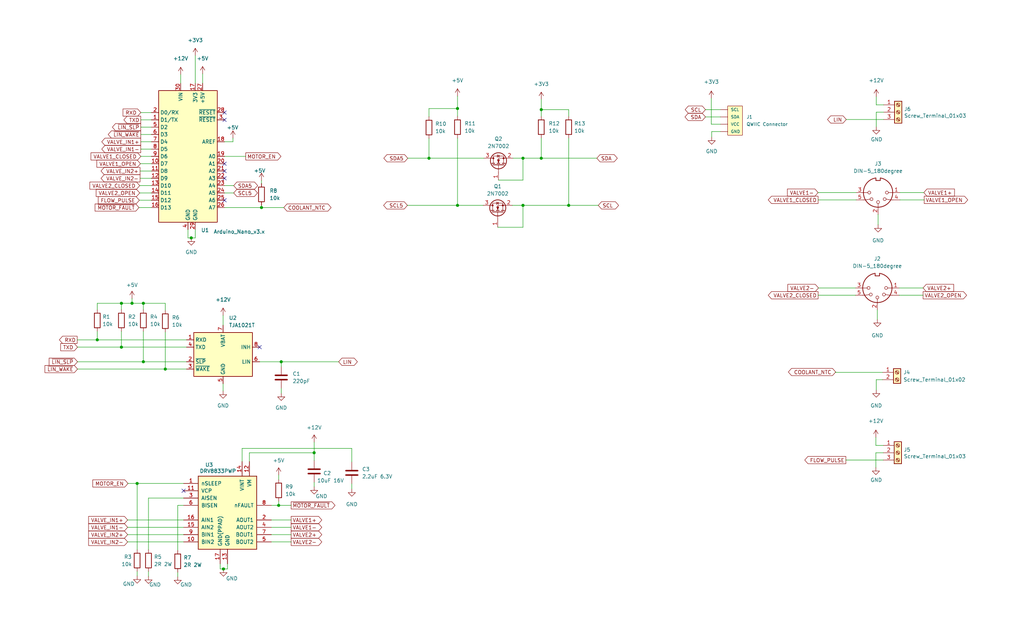
<source format=kicad_sch>
(kicad_sch (version 20211123) (generator eeschema)
  (paper "USLegal")
  (title_block (title "LINBus Valve Controller") (date "2023-02-04") (rev "1.0") (company "Gavin Hurlbut"))
  (lib_symbols
    (symbol "Connector:DIN-5_180degree" (pin_names (offset 1.016))
      (property "Reference" "J" (at 3.175 5.715 0))
      (property "Value" "DIN-5_180degree" (at 0 -6.35 0))
      (symbol "DIN-5_180degree_0_1"
        (arc (start -5.08 0) (mid -3.8609 -3.3364) (end -0.762 -5.08) (stroke (width 0.254)))
        (circle (center -3.048 0) (radius 0.508))
        (circle (center -2.286 2.286) (radius 0.508))
        (polyline (pts (xy -5.08 0) (xy -3.556 0)))
        (polyline (pts (xy 0 5.08) (xy 0 3.81)))
        (polyline (pts (xy 5.08 0) (xy 3.556 0)))
        (polyline (pts (xy -5.08 2.54) (xy -4.318 2.54) (xy -2.794 2.286)))
        (polyline (pts (xy 5.08 2.54) (xy 4.318 2.54) (xy 2.794 2.286)))
        (polyline (pts (xy -0.762 -4.953) (xy -0.762 -4.191) (xy 0.762 -4.191) (xy 0.762 -4.953)) (stroke (width 0.254)))
        (circle (center 0 3.302) (radius 0.508))
        (arc (start 0.762 -5.08) (mid 3.8685 -3.343) (end 5.08 0) (stroke (width 0.254)))
        (circle (center 2.286 2.286) (radius 0.508))
        (circle (center 3.048 0) (radius 0.508))
        (arc (start 5.08 0) (mid 0 5.08) (end -5.08 0) (stroke (width 0.254)))
      )
      (symbol "DIN-5_180degree_1_1"
        (pin passive line (at -7.62 0 0) (length 2.54) (name "~") (number "1"))
        (pin passive line (at 0 7.62 270) (length 2.54) (name "~") (number "2"))
        (pin passive line (at 7.62 0 180) (length 2.54) (name "~") (number "3"))
        (pin passive line (at -7.62 2.54 0) (length 2.54) (name "~") (number "4"))
        (pin passive line (at 7.62 2.54 180) (length 2.54) (name "~") (number "5"))
      )
    )
    (symbol "Connector:Screw_Terminal_01x02" (pin_names (offset 1.016) hide)
      (property "Reference" "J" (at 0 2.54 0))
      (property "Value" "Screw_Terminal_01x02" (at 0 -5.08 0))
      (symbol "Screw_Terminal_01x02_1_1"
        (rectangle (start -1.27 1.27) (end 1.27 -3.81) (stroke (width 0.254)) (fill (type background)))
        (circle (center 0 -2.54) (radius 0.635) (stroke (width 0.1524)))
        (polyline (pts (xy -0.5334 -2.2098) (xy 0.3302 -3.048)) (stroke (width 0.1524)))
        (polyline (pts (xy -0.5334 0.3302) (xy 0.3302 -0.508)) (stroke (width 0.1524)))
        (polyline (pts (xy -0.3556 -2.032) (xy 0.508 -2.8702)) (stroke (width 0.1524)))
        (polyline (pts (xy -0.3556 0.508) (xy 0.508 -0.3302)) (stroke (width 0.1524)))
        (circle (center 0 0) (radius 0.635) (stroke (width 0.1524)))
        (pin passive line (at -5.08 0 0) (length 3.81) (name "Pin_1") (number "1"))
        (pin passive line (at -5.08 -2.54 0) (length 3.81) (name "Pin_2") (number "2"))
      )
    )
    (symbol "Connector:Screw_Terminal_01x03" (pin_names (offset 1.016) hide)
      (property "Reference" "J" (at 0 5.08 0))
      (property "Value" "Screw_Terminal_01x03" (at 0 -5.08 0))
      (symbol "Screw_Terminal_01x03_1_1"
        (rectangle (start -1.27 3.81) (end 1.27 -3.81) (stroke (width 0.254)) (fill (type background)))
        (circle (center 0 -2.54) (radius 0.635) (stroke (width 0.1524)))
        (polyline (pts (xy -0.5334 -2.2098) (xy 0.3302 -3.048)) (stroke (width 0.1524)))
        (polyline (pts (xy -0.5334 0.3302) (xy 0.3302 -0.508)) (stroke (width 0.1524)))
        (polyline (pts (xy -0.5334 2.8702) (xy 0.3302 2.032)) (stroke (width 0.1524)))
        (polyline (pts (xy -0.3556 -2.032) (xy 0.508 -2.8702)) (stroke (width 0.1524)))
        (polyline (pts (xy -0.3556 0.508) (xy 0.508 -0.3302)) (stroke (width 0.1524)))
        (polyline (pts (xy -0.3556 3.048) (xy 0.508 2.2098)) (stroke (width 0.1524)))
        (circle (center 0 0) (radius 0.635) (stroke (width 0.1524)))
        (circle (center 0 2.54) (radius 0.635) (stroke (width 0.1524)))
        (pin passive line (at -5.08 2.54 0) (length 3.81) (name "Pin_1") (number "1"))
        (pin passive line (at -5.08 0 0) (length 3.81) (name "Pin_2") (number "2"))
        (pin passive line (at -5.08 -2.54 0) (length 3.81) (name "Pin_3") (number "3"))
      )
    )
    (symbol "Device:C" (pin_numbers hide) (pin_names (offset 0.254))
      (property "Reference" "C" (at 0.635 2.54 0))
      (property "Value" "C" (at 0.635 -2.54 0))
      (symbol "C_0_1"
        (polyline (pts (xy -2.032 -0.762) (xy 2.032 -0.762)) (stroke (width 0.508)))
        (polyline (pts (xy -2.032 0.762) (xy 2.032 0.762)) (stroke (width 0.508)))
      )
      (symbol "C_1_1"
        (pin passive line (at 0 3.81 270) (length 2.794) (name "~") (number "1"))
        (pin passive line (at 0 -3.81 90) (length 2.794) (name "~") (number "2"))
      )
    )
    (symbol "Device:R" (pin_numbers hide) (pin_names (offset 0))
      (property "Reference" "R" (at 2.032 0 90))
      (property "Value" "R" (at 0 0 90))
      (symbol "R_0_1"
        (rectangle (start -1.016 -2.54) (end 1.016 2.54) (stroke (width 0.254)))
      )
      (symbol "R_1_1"
        (pin passive line (at 0 3.81 270) (length 1.27) (name "~") (number "1"))
        (pin passive line (at 0 -3.81 90) (length 1.27) (name "~") (number "2"))
      )
    )
    (symbol "Driver_Motor:DRV8833PWP" (pin_names (offset 1.016))
      (property "Reference" "U" (at -3.81 16.51 0))
      (property "Value" "DRV8833PWP" (at -3.81 13.97 0))
      (symbol "DRV8833PWP_0_1"
        (rectangle (start -10.16 12.7) (end 10.16 -12.7) (stroke (width 0.254)) (fill (type background)))
      )
      (symbol "DRV8833PWP_1_1"
        (pin input line (at -15.24 10.16 0) (length 5.08) (name "nSLEEP") (number "1"))
        (pin input line (at -15.24 -10.16 0) (length 5.08) (name "BIN2") (number "10"))
        (pin bidirectional line (at -15.24 7.62 0) (length 5.08) (name "VCP") (number "11"))
        (pin power_in line (at 7.62 17.78 270) (length 5.08) (name "VM") (number "12"))
        (pin power_in line (at 0 -17.78 90) (length 5.08) (name "GND") (number "13"))
        (pin power_in line (at 5.08 17.78 270) (length 5.08) (name "VINT") (number "14"))
        (pin input line (at -15.24 -5.08 0) (length 5.08) (name "AIN2") (number "15"))
        (pin input line (at -15.24 -2.54 0) (length 5.08) (name "AIN1") (number "16"))
        (pin power_in line (at -2.54 -17.78 90) (length 5.08) (name "GND(PPAD)") (number "17"))
        (pin power_out line (at 15.24 -2.54 180) (length 5.08) (name "AOUT1") (number "2"))
        (pin bidirectional line (at -15.24 5.08 0) (length 5.08) (name "AISEN") (number "3"))
        (pin power_out line (at 15.24 -5.08 180) (length 5.08) (name "AOUT2") (number "4"))
        (pin power_out line (at 15.24 -10.16 180) (length 5.08) (name "BOUT2") (number "5"))
        (pin bidirectional line (at -15.24 2.54 0) (length 5.08) (name "BISEN") (number "6"))
        (pin power_out line (at 15.24 -7.62 180) (length 5.08) (name "BOUT1") (number "7"))
        (pin open_collector line (at 15.24 2.54 180) (length 5.08) (name "nFAULT") (number "8"))
        (pin input line (at -15.24 -7.62 0) (length 5.08) (name "BIN1") (number "9"))
      )
    )
    (symbol "Interface_CAN_LIN:TJA1021T"
      (property "Reference" "U" (at -10.16 8.89 0))
      (property "Value" "TJA1021T" (at 1.27 8.89 0))
      (symbol "TJA1021T_0_1"
        (rectangle (start -10.16 7.62) (end 10.16 -7.62) (stroke (width 0.254)) (fill (type background)))
      )
      (symbol "TJA1021T_1_1"
        (pin open_collector line (at -12.7 5.08 0) (length 2.54) (name "RXD") (number "1"))
        (pin input line (at -12.7 -2.54 0) (length 2.54) (name "~{SLP}") (number "2"))
        (pin input line (at -12.7 -5.08 0) (length 2.54) (name "~{WAKE}") (number "3"))
        (pin input line (at -12.7 2.54 0) (length 2.54) (name "TXD") (number "4"))
        (pin power_in line (at 0 -10.16 90) (length 2.54) (name "GND") (number "5"))
        (pin bidirectional line (at 12.7 -2.54 180) (length 2.54) (name "LIN") (number "6"))
        (pin power_in line (at 0 10.16 270) (length 2.54) (name "VBAT") (number "7"))
        (pin output line (at 12.7 2.54 180) (length 2.54) (name "INH") (number "8"))
      )
    )
    (symbol "MCU_Module:Arduino_Nano_v3.x"
      (property "Reference" "A" (at -10.16 23.495 0))
      (property "Value" "Arduino_Nano_v3.x" (at 5.08 -24.13 0))
      (symbol "Arduino_Nano_v3.x_0_1"
        (rectangle (start -10.16 22.86) (end 10.16 -22.86) (stroke (width 0.254)) (fill (type background)))
      )
      (symbol "Arduino_Nano_v3.x_1_1"
        (pin bidirectional line (at -12.7 12.7 0) (length 2.54) (name "D1/TX") (number "1"))
        (pin bidirectional line (at -12.7 -2.54 0) (length 2.54) (name "D7") (number "10"))
        (pin bidirectional line (at -12.7 -5.08 0) (length 2.54) (name "D8") (number "11"))
        (pin bidirectional line (at -12.7 -7.62 0) (length 2.54) (name "D9") (number "12"))
        (pin bidirectional line (at -12.7 -10.16 0) (length 2.54) (name "D10") (number "13"))
        (pin bidirectional line (at -12.7 -12.7 0) (length 2.54) (name "D11") (number "14"))
        (pin bidirectional line (at -12.7 -15.24 0) (length 2.54) (name "D12") (number "15"))
        (pin bidirectional line (at -12.7 -17.78 0) (length 2.54) (name "D13") (number "16"))
        (pin power_out line (at 2.54 25.4 270) (length 2.54) (name "3V3") (number "17"))
        (pin input line (at 12.7 5.08 180) (length 2.54) (name "AREF") (number "18"))
        (pin bidirectional line (at 12.7 0 180) (length 2.54) (name "A0") (number "19"))
        (pin bidirectional line (at -12.7 15.24 0) (length 2.54) (name "D0/RX") (number "2"))
        (pin bidirectional line (at 12.7 -2.54 180) (length 2.54) (name "A1") (number "20"))
        (pin bidirectional line (at 12.7 -5.08 180) (length 2.54) (name "A2") (number "21"))
        (pin bidirectional line (at 12.7 -7.62 180) (length 2.54) (name "A3") (number "22"))
        (pin bidirectional line (at 12.7 -10.16 180) (length 2.54) (name "A4") (number "23"))
        (pin bidirectional line (at 12.7 -12.7 180) (length 2.54) (name "A5") (number "24"))
        (pin bidirectional line (at 12.7 -15.24 180) (length 2.54) (name "A6") (number "25"))
        (pin bidirectional line (at 12.7 -17.78 180) (length 2.54) (name "A7") (number "26"))
        (pin power_out line (at 5.08 25.4 270) (length 2.54) (name "+5V") (number "27"))
        (pin input line (at 12.7 15.24 180) (length 2.54) (name "~{RESET}") (number "28"))
        (pin power_in line (at 2.54 -25.4 90) (length 2.54) (name "GND") (number "29"))
        (pin input line (at 12.7 12.7 180) (length 2.54) (name "~{RESET}") (number "3"))
        (pin power_in line (at -2.54 25.4 270) (length 2.54) (name "VIN") (number "30"))
        (pin power_in line (at 0 -25.4 90) (length 2.54) (name "GND") (number "4"))
        (pin bidirectional line (at -12.7 10.16 0) (length 2.54) (name "D2") (number "5"))
        (pin bidirectional line (at -12.7 7.62 0) (length 2.54) (name "D3") (number "6"))
        (pin bidirectional line (at -12.7 5.08 0) (length 2.54) (name "D4") (number "7"))
        (pin bidirectional line (at -12.7 2.54 0) (length 2.54) (name "D5") (number "8"))
        (pin bidirectional line (at -12.7 0 0) (length 2.54) (name "D6") (number "9"))
      )
    )
    (symbol "SparkFun-Connectors:I2C_STANDARDQWIIC" (pin_numbers hide) (pin_names (offset 1.016))
      (property "Reference" "J" (at -5.08 10.16 0))
      (property "Value" "I2C_STANDARDQWIIC" (at -5.08 -3.81 0))
      (property "Field4" "CONN-13729" (at 0 13.97 0))
      (symbol "I2C_STANDARDQWIIC_1_0"
        (rectangle (start 0 -1.27) (end -5.08 8.89) (fill (type background)))
      )
      (symbol "I2C_STANDARDQWIIC_1_1"
        (pin power_in line (at 2.54 0 180) (length 2.54) (name "GND") (number "1"))
        (pin power_in line (at 2.54 2.54 180) (length 2.54) (name "VCC") (number "2"))
        (pin passive line (at 2.54 5.08 180) (length 2.54) (name "SDA") (number "3"))
        (pin passive line (at 2.54 7.62 180) (length 2.54) (name "SCL") (number "4"))
      )
    )
    (symbol "Transistor_FET:2N7002" (pin_names hide)
      (property "Reference" "Q" (at 5.08 1.905 0))
      (property "Value" "2N7002" (at 5.08 0 0))
      (symbol "2N7002_0_1"
        (polyline (pts (xy 0.254 0) (xy -2.54 0)))
        (polyline (pts (xy 0.254 1.905) (xy 0.254 -1.905)) (stroke (width 0.254)))
        (polyline (pts (xy 0.762 -1.27) (xy 0.762 -2.286)) (stroke (width 0.254)))
        (polyline (pts (xy 0.762 0.508) (xy 0.762 -0.508)) (stroke (width 0.254)))
        (polyline (pts (xy 0.762 2.286) (xy 0.762 1.27)) (stroke (width 0.254)))
        (polyline (pts (xy 2.54 2.54) (xy 2.54 1.778)))
        (polyline (pts (xy 2.54 -2.54) (xy 2.54 0) (xy 0.762 0)))
        (polyline (pts (xy 0.762 -1.778) (xy 3.302 -1.778) (xy 3.302 1.778) (xy 0.762 1.778)))
        (polyline (pts (xy 1.016 0) (xy 2.032 0.381) (xy 2.032 -0.381) (xy 1.016 0)) (fill (type outline)))
        (polyline (pts (xy 2.794 0.508) (xy 2.921 0.381) (xy 3.683 0.381) (xy 3.81 0.254)))
        (polyline (pts (xy 3.302 0.381) (xy 2.921 -0.254) (xy 3.683 -0.254) (xy 3.302 0.381)))
        (circle (center 1.651 0) (radius 2.794) (stroke (width 0.254)))
        (circle (center 2.54 -1.778) (radius 0.254) (fill (type outline)))
        (circle (center 2.54 1.778) (radius 0.254) (fill (type outline)))
      )
      (symbol "2N7002_1_1"
        (pin input line (at -5.08 0 0) (length 2.54) (name "G") (number "1"))
        (pin passive line (at 2.54 -5.08 90) (length 2.54) (name "S") (number "2"))
        (pin passive line (at 2.54 5.08 270) (length 2.54) (name "D") (number "3"))
      )
    )
    (symbol "power:+12V" (power) (pin_names (offset 0))
      (property "Value" "+12V" (at 0 3.556 0))
      (symbol "+12V_0_1"
        (polyline (pts (xy -0.762 1.27) (xy 0 2.54)))
        (polyline (pts (xy 0 0) (xy 0 2.54)))
        (polyline (pts (xy 0 2.54) (xy 0.762 1.27)))
      )
      (symbol "+12V_1_1"
        (pin power_in line (at 0 0 90) (length 0) hide (name "+12V") (number "1"))
      )
    )
    (symbol "power:+3V3" (power) (pin_names (offset 0))
      (property "Value" "+3V3" (at 0 3.556 0))
      (symbol "+3V3_0_1"
        (polyline (pts (xy -0.762 1.27) (xy 0 2.54)))
        (polyline (pts (xy 0 0) (xy 0 2.54)))
        (polyline (pts (xy 0 2.54) (xy 0.762 1.27)))
      )
      (symbol "+3V3_1_1"
        (pin power_in line (at 0 0 90) (length 0) hide (name "+3V3") (number "1"))
      )
    )
    (symbol "power:+5V" (power) (pin_names (offset 0))
      (property "Value" "+5V" (at 0 3.556 0))
      (symbol "+5V_0_1"
        (polyline (pts (xy -0.762 1.27) (xy 0 2.54)))
        (polyline (pts (xy 0 0) (xy 0 2.54)))
        (polyline (pts (xy 0 2.54) (xy 0.762 1.27)))
      )
      (symbol "+5V_1_1"
        (pin power_in line (at 0 0 90) (length 0) hide (name "+5V") (number "1"))
      )
    )
    (symbol "power:GND" (power) (pin_names (offset 0))
      (property "Value" "GND" (at 0 -3.81 0))
      (symbol "GND_0_1"
        (polyline (pts (xy 0 0) (xy 0 -1.27) (xy 1.27 -1.27) (xy 0 -2.54) (xy -1.27 -1.27) (xy 0 -1.27)))
      )
      (symbol "GND_1_1"
        (pin power_in line (at 0 0 270) (length 0) hide (name "GND") (number "1"))
      )
    )
  )
  (junction (at 148.971 54.991))
  (junction (at 197.485 71.374))
  (junction (at 90.805 72.136))
  (junction (at 97.663 125.73))
  (junction (at 187.96 38.1))
  (junction (at 187.96 54.991))
  (junction (at 33.782 118.11))
  (junction (at 77.597 197.739))
  (junction (at 47.625 168.021))
  (junction (at 96.774 175.641))
  (junction (at 42.164 120.65))
  (junction (at 49.784 125.73))
  (junction (at 66.421 82.677))
  (junction (at 158.877 71.374))
  (junction (at 158.877 37.719))
  (junction (at 57.404 128.27))
  (junction (at 45.847 105.41))
  (junction (at 42.164 105.41))
  (junction (at 181.61 54.991))
  (junction (at 181.61 71.374))
  (junction (at 109.093 157.353))
  (junction (at 49.784 105.41))
  (no_connect (at 63.754 170.561))
  (no_connect (at 77.978 56.896))
  (no_connect (at 77.978 69.596))
  (no_connect (at 77.978 39.116))
  (no_connect (at 77.978 61.976))
  (no_connect (at 77.978 41.656))
  (no_connect (at 77.978 59.436))
  (no_connect (at 90.17 120.65))
  (wire (pts (xy 62.738 25.908) (xy 62.738 28.956)))
  (wire (pts (xy 42.164 115.189) (xy 42.164 120.65)))
  (wire (pts (xy 304.165 162.433) (xy 304.165 157.353)))
  (wire (pts (xy 48.895 54.356) (xy 52.578 54.356)))
  (wire (pts (xy 48.895 49.276) (xy 52.578 49.276)))
  (wire (pts (xy 90.17 125.73) (xy 97.663 125.73)))
  (wire (pts (xy 33.782 118.11) (xy 64.77 118.11)))
  (wire (pts (xy 247.142 45.72) (xy 250.19 45.72)))
  (wire (pts (xy 77.978 54.356) (xy 85.344 54.356)))
  (wire (pts (xy 26.924 128.27) (xy 57.404 128.27)))
  (wire (pts (xy 90.805 72.136) (xy 90.805 71.374)))
  (wire (pts (xy 290.195 129.286) (xy 290.195 129.413)))
  (wire (pts (xy 97.663 125.73) (xy 117.602 125.73)))
  (wire (pts (xy 197.485 38.1) (xy 197.485 40.386)))
  (wire (pts (xy 44.323 188.341) (xy 63.754 188.341)))
  (wire (pts (xy 90.805 62.738) (xy 90.805 63.754)))
  (wire (pts (xy 96.774 175.641) (xy 96.774 174.244)))
  (wire (pts (xy 45.847 105.41) (xy 49.784 105.41)))
  (wire (pts (xy 77.47 133.35) (xy 77.47 135.89)))
  (wire (pts (xy 65.278 79.756) (xy 65.278 82.677)))
  (wire (pts (xy 61.722 198.882) (xy 61.722 200.406)))
  (wire (pts (xy 76.454 197.739) (xy 77.597 197.739)))
  (wire (pts (xy 49.784 125.73) (xy 64.77 125.73)))
  (wire (pts (xy 44.323 180.721) (xy 63.754 180.721)))
  (wire (pts (xy 78.994 197.739) (xy 78.994 195.961)))
  (wire (pts (xy 187.96 38.1) (xy 187.96 40.386)))
  (wire (pts (xy 70.358 25.654) (xy 70.358 28.956)))
  (wire (pts (xy 65.278 82.677) (xy 66.421 82.677)))
  (wire (pts (xy 33.782 107.569) (xy 33.782 105.41)))
  (wire (pts (xy 187.96 34.544) (xy 187.96 38.1)))
  (wire (pts (xy 181.61 78.994) (xy 181.61 71.374)))
  (wire (pts (xy 51.562 198.628) (xy 51.562 200.279)))
  (wire (pts (xy 49.784 115.189) (xy 49.784 125.73)))
  (wire (pts (xy 148.971 48.133) (xy 148.971 54.991)))
  (wire (pts (xy 94.234 180.721) (xy 101.092 180.721)))
  (wire (pts (xy 244.983 40.64) (xy 250.19 40.64)))
  (wire (pts (xy 141.605 54.991) (xy 148.971 54.991)))
  (wire (pts (xy 97.663 125.73) (xy 97.663 127.381)))
  (wire (pts (xy 247.142 47.625) (xy 247.142 45.72)))
  (wire (pts (xy 284.226 100.076) (xy 297.053 100.076)))
  (wire (pts (xy 49.784 105.41) (xy 49.784 107.569)))
  (wire (pts (xy 77.597 197.739) (xy 78.994 197.739)))
  (wire (pts (xy 57.404 115.443) (xy 57.404 128.27)))
  (wire (pts (xy 304.292 135.509) (xy 304.292 131.953)))
  (wire (pts (xy 48.641 61.976) (xy 52.578 61.976)))
  (wire (pts (xy 158.877 40.386) (xy 158.877 37.719)))
  (wire (pts (xy 109.093 153.67) (xy 109.093 157.353)))
  (wire (pts (xy 48.895 41.656) (xy 52.578 41.656)))
  (wire (pts (xy 158.877 33.401) (xy 158.877 37.719)))
  (wire (pts (xy 312.293 100.076) (xy 320.548 100.076)))
  (wire (pts (xy 304.165 154.813) (xy 306.705 154.813)))
  (wire (pts (xy 158.877 71.374) (xy 167.767 71.374)))
  (wire (pts (xy 47.625 168.021) (xy 63.754 168.021)))
  (wire (pts (xy 304.165 154.813) (xy 304.165 152.019)))
  (wire (pts (xy 49.784 105.41) (xy 57.404 105.41)))
  (wire (pts (xy 86.614 160.401) (xy 86.614 157.353)))
  (wire (pts (xy 76.454 195.961) (xy 76.454 197.739)))
  (wire (pts (xy 304.927 74.549) (xy 304.927 78.105)))
  (wire (pts (xy 244.983 38.1) (xy 250.19 38.1)))
  (wire (pts (xy 57.404 105.41) (xy 57.404 107.823)))
  (wire (pts (xy 304.292 36.449) (xy 304.292 33.655)))
  (wire (pts (xy 94.234 188.341) (xy 101.092 188.341)))
  (wire (pts (xy 96.774 165.1) (xy 96.774 166.624)))
  (wire (pts (xy 47.625 191.008) (xy 47.625 168.021)))
  (wire (pts (xy 57.404 128.27) (xy 64.77 128.27)))
  (wire (pts (xy 48.641 59.436) (xy 52.578 59.436)))
  (wire (pts (xy 304.292 131.953) (xy 306.451 131.953)))
  (wire (pts (xy 77.47 109.601) (xy 77.47 113.03)))
  (wire (pts (xy 148.971 37.719) (xy 158.877 37.719)))
  (wire (pts (xy 304.673 107.696) (xy 304.673 110.998)))
  (wire (pts (xy 67.818 19.304) (xy 67.818 28.956)))
  (wire (pts (xy 306.705 159.893) (xy 293.751 159.893)))
  (wire (pts (xy 109.093 157.353) (xy 109.093 160.02)))
  (wire (pts (xy 141.478 71.374) (xy 158.877 71.374)))
  (wire (pts (xy 148.971 54.991) (xy 168.021 54.991)))
  (wire (pts (xy 181.61 71.374) (xy 197.485 71.374)))
  (wire (pts (xy 158.877 48.006) (xy 158.877 71.374)))
  (wire (pts (xy 84.074 155.829) (xy 122.174 155.829)))
  (wire (pts (xy 173.101 62.611) (xy 181.61 62.611)))
  (wire (pts (xy 77.978 72.136) (xy 90.805 72.136)))
  (wire (pts (xy 26.924 125.73) (xy 49.784 125.73)))
  (wire (pts (xy 51.562 173.101) (xy 63.754 173.101)))
  (wire (pts (xy 48.26 72.136) (xy 52.578 72.136)))
  (wire (pts (xy 42.164 105.41) (xy 42.164 107.569)))
  (wire (pts (xy 48.514 64.516) (xy 52.578 64.516)))
  (wire (pts (xy 26.797 118.11) (xy 33.782 118.11)))
  (wire (pts (xy 94.234 175.641) (xy 96.774 175.641)))
  (wire (pts (xy 97.663 135.001) (xy 97.663 136.652)))
  (wire (pts (xy 48.387 69.596) (xy 52.578 69.596)))
  (wire (pts (xy 197.485 48.006) (xy 197.485 71.374)))
  (wire (pts (xy 66.421 82.677) (xy 67.818 82.677)))
  (wire (pts (xy 284.099 102.616) (xy 297.053 102.616)))
  (wire (pts (xy 148.971 37.719) (xy 148.971 40.513)))
  (wire (pts (xy 304.292 38.989) (xy 306.832 38.989)))
  (wire (pts (xy 312.293 102.616) (xy 320.548 102.616)))
  (wire (pts (xy 306.451 129.413) (xy 290.195 129.413)))
  (wire (pts (xy 284.099 69.469) (xy 297.307 69.469)))
  (wire (pts (xy 187.96 54.991) (xy 207.264 54.991)))
  (wire (pts (xy 181.61 54.991) (xy 187.96 54.991)))
  (wire (pts (xy 312.547 69.469) (xy 320.929 69.469)))
  (wire (pts (xy 84.074 160.401) (xy 84.074 155.829)))
  (wire (pts (xy 47.625 198.628) (xy 47.625 200.152)))
  (wire (pts (xy 63.754 183.261) (xy 44.323 183.261)))
  (wire (pts (xy 48.768 56.896) (xy 52.578 56.896)))
  (wire (pts (xy 33.782 115.189) (xy 33.782 118.11)))
  (wire (pts (xy 61.722 191.262) (xy 61.722 175.641)))
  (wire (pts (xy 42.164 105.41) (xy 45.847 105.41)))
  (wire (pts (xy 26.924 120.65) (xy 42.164 120.65)))
  (wire (pts (xy 77.978 67.056) (xy 81.153 67.056)))
  (wire (pts (xy 61.722 175.641) (xy 63.754 175.641)))
  (wire (pts (xy 177.927 71.374) (xy 181.61 71.374)))
  (wire (pts (xy 178.181 54.991) (xy 181.61 54.991)))
  (wire (pts (xy 90.805 72.136) (xy 98.552 72.136)))
  (wire (pts (xy 304.292 44.069) (xy 304.292 38.989)))
  (wire (pts (xy 86.614 157.353) (xy 109.093 157.353)))
  (wire (pts (xy 304.292 36.449) (xy 306.832 36.449)))
  (wire (pts (xy 42.164 120.65) (xy 64.77 120.65)))
  (wire (pts (xy 304.165 157.353) (xy 306.705 157.353)))
  (wire (pts (xy 284.099 66.929) (xy 297.307 66.929)))
  (wire (pts (xy 44.45 168.021) (xy 47.625 168.021)))
  (wire (pts (xy 44.323 185.801) (xy 63.754 185.801)))
  (wire (pts (xy 197.485 71.374) (xy 207.772 71.374)))
  (wire (pts (xy 122.174 155.829) (xy 122.174 160.528)))
  (wire (pts (xy 187.96 38.1) (xy 197.485 38.1)))
  (wire (pts (xy 94.234 185.801) (xy 101.092 185.801)))
  (wire (pts (xy 48.895 44.196) (xy 52.578 44.196)))
  (wire (pts (xy 48.895 51.816) (xy 52.578 51.816)))
  (wire (pts (xy 77.978 64.516) (xy 81.153 64.516)))
  (wire (pts (xy 67.818 79.756) (xy 67.818 82.677)))
  (wire (pts (xy 122.174 169.926) (xy 122.174 168.148)))
  (wire (pts (xy 80.899 48.006) (xy 80.899 49.276)))
  (wire (pts (xy 172.847 78.994) (xy 181.61 78.994)))
  (wire (pts (xy 96.774 175.641) (xy 101.092 175.641)))
  (wire (pts (xy 48.895 46.736) (xy 52.578 46.736)))
  (wire (pts (xy 94.234 183.261) (xy 101.092 183.261)))
  (wire (pts (xy 51.562 191.008) (xy 51.562 173.101)))
  (wire (pts (xy 181.61 62.611) (xy 181.61 54.991)))
  (wire (pts (xy 312.547 66.929) (xy 320.802 66.929)))
  (wire (pts (xy 48.514 67.056) (xy 52.578 67.056)))
  (wire (pts (xy 48.895 39.116) (xy 52.578 39.116)))
  (wire (pts (xy 247.015 43.18) (xy 250.19 43.18)))
  (wire (pts (xy 109.093 167.64) (xy 109.093 169.164)))
  (wire (pts (xy 306.832 41.529) (xy 293.878 41.529)))
  (wire (pts (xy 33.782 105.41) (xy 42.164 105.41)))
  (wire (pts (xy 247.015 34.163) (xy 247.015 43.18)))
  (wire (pts (xy 187.96 48.006) (xy 187.96 54.991)))
  (wire (pts (xy 45.847 103.759) (xy 45.847 105.41)))
  (wire (pts (xy 77.978 49.276) (xy 80.899 49.276)))
  (global_label "SCL" (shape bidirectional) (at 207.772 71.374 0) (property "Intersheet References" "${INTERSHEET_REFS}" (effects hide)))
  (global_label "VALVE_IN2-" (shape output) (at 48.641 61.976 180) (property "Intersheet References" "${INTERSHEET_REFS}" (effects hide)))
  (global_label "MOTOR_EN" (shape output) (at 85.344 54.356 0) (property "Intersheet References" "${INTERSHEET_REFS}" (effects hide)))
  (global_label "VALVE2_OPEN" (shape input) (at 48.514 67.056 180) (property "Intersheet References" "${INTERSHEET_REFS}" (effects hide)))
  (global_label "VALVE2-" (shape output) (at 101.092 188.341 0) (property "Intersheet References" "${INTERSHEET_REFS}" (effects hide)))
  (global_label "~{LIN_WAKE}" (shape output) (at 48.895 46.736 180) (property "Intersheet References" "${INTERSHEET_REFS}" (effects hide)))
  (global_label "VALVE2_OPEN" (shape output) (at 320.548 102.616 0) (property "Intersheet References" "${INTERSHEET_REFS}" (effects hide)))
  (global_label "VALVE_IN1-" (shape output) (at 48.895 51.816 180) (property "Intersheet References" "${INTERSHEET_REFS}" (effects hide)))
  (global_label "VALVE_IN1-" (shape input) (at 44.323 183.261 180) (property "Intersheet References" "${INTERSHEET_REFS}" (effects hide)))
  (global_label "VALVE1+" (shape output) (at 101.092 180.721 0) (property "Intersheet References" "${INTERSHEET_REFS}" (effects hide)))
  (global_label "SDA" (shape bidirectional) (at 244.983 40.64 180) (property "Intersheet References" "${INTERSHEET_REFS}" (effects hide)))
  (global_label "VALVE2_CLOSED" (shape input) (at 48.514 64.516 180) (property "Intersheet References" "${INTERSHEET_REFS}" (effects hide)))
  (global_label "SCL5" (shape bidirectional) (at 141.478 71.374 180) (property "Intersheet References" "${INTERSHEET_REFS}" (effects hide)))
  (global_label "VALVE1-" (shape output) (at 101.092 183.261 0) (property "Intersheet References" "${INTERSHEET_REFS}" (effects hide)))
  (global_label "RXD" (shape input) (at 48.895 39.116 180) (property "Intersheet References" "${INTERSHEET_REFS}" (effects hide)))
  (global_label "SDA" (shape bidirectional) (at 207.264 54.991 0) (property "Intersheet References" "${INTERSHEET_REFS}" (effects hide)))
  (global_label "VALVE1_CLOSED" (shape input) (at 48.895 54.356 180) (property "Intersheet References" "${INTERSHEET_REFS}" (effects hide)))
  (global_label "~{LIN_SLP}" (shape output) (at 48.895 44.196 180) (property "Intersheet References" "${INTERSHEET_REFS}" (effects hide)))
  (global_label "VALVE_IN2-" (shape input) (at 44.323 188.341 180) (property "Intersheet References" "${INTERSHEET_REFS}" (effects hide)))
  (global_label "TXD" (shape output) (at 48.895 41.656 180) (property "Intersheet References" "${INTERSHEET_REFS}" (effects hide)))
  (global_label "SCL" (shape bidirectional) (at 244.983 38.1 180) (property "Intersheet References" "${INTERSHEET_REFS}" (effects hide)))
  (global_label "FLOW_PULSE" (shape input) (at 48.387 69.596 180) (property "Intersheet References" "${INTERSHEET_REFS}" (effects hide)))
  (global_label "VALVE2+" (shape input) (at 320.548 100.076 0) (property "Intersheet References" "${INTERSHEET_REFS}" (effects hide)))
  (global_label "VALVE2_CLOSED" (shape output) (at 284.099 102.616 180) (property "Intersheet References" "${INTERSHEET_REFS}" (effects hide)))
  (global_label "VALVE1-" (shape input) (at 284.099 66.929 180) (property "Intersheet References" "${INTERSHEET_REFS}" (effects hide)))
  (global_label "~{LIN_WAKE}" (shape input) (at 26.924 128.27 180) (property "Intersheet References" "${INTERSHEET_REFS}" (effects hide)))
  (global_label "VALVE1+" (shape input) (at 320.802 66.929 0) (property "Intersheet References" "${INTERSHEET_REFS}" (effects hide)))
  (global_label "VALVE1_CLOSED" (shape output) (at 284.099 69.469 180) (property "Intersheet References" "${INTERSHEET_REFS}" (effects hide)))
  (global_label "SDA5" (shape bidirectional) (at 141.605 54.991 180) (property "Intersheet References" "${INTERSHEET_REFS}" (effects hide)))
  (global_label "TXD" (shape input) (at 26.924 120.65 180) (property "Intersheet References" "${INTERSHEET_REFS}" (effects hide)))
  (global_label "LIN" (shape bidirectional) (at 117.602 125.73 0) (property "Intersheet References" "${INTERSHEET_REFS}" (effects hide)))
  (global_label "LIN" (shape bidirectional) (at 293.878 41.529 180) (property "Intersheet References" "${INTERSHEET_REFS}" (effects hide)))
  (global_label "VALVE_IN2+" (shape input) (at 44.323 185.801 180) (property "Intersheet References" "${INTERSHEET_REFS}" (effects hide)))
  (global_label "~{MOTOR_FAULT}" (shape output) (at 101.092 175.641 0) (property "Intersheet References" "${INTERSHEET_REFS}" (effects hide)))
  (global_label "COOLANT_NTC" (shape bidirectional) (at 290.195 129.286 180) (property "Intersheet References" "${INTERSHEET_REFS}" (effects hide)))
  (global_label "VALVE_IN2+" (shape output) (at 48.641 59.436 180) (property "Intersheet References" "${INTERSHEET_REFS}" (effects hide)))
  (global_label "MOTOR_EN" (shape input) (at 44.45 168.021 180) (property "Intersheet References" "${INTERSHEET_REFS}" (effects hide)))
  (global_label "SDA5" (shape bidirectional) (at 81.153 64.516 0) (property "Intersheet References" "${INTERSHEET_REFS}" (effects hide)))
  (global_label "VALVE2+" (shape output) (at 101.092 185.801 0) (property "Intersheet References" "${INTERSHEET_REFS}" (effects hide)))
  (global_label "~{LIN_SLP}" (shape input) (at 26.924 125.73 180) (property "Intersheet References" "${INTERSHEET_REFS}" (effects hide)))
  (global_label "~{MOTOR_FAULT}" (shape input) (at 48.26 72.136 180) (property "Intersheet References" "${INTERSHEET_REFS}" (effects hide)))
  (global_label "VALVE_IN1+" (shape input) (at 44.323 180.721 180) (property "Intersheet References" "${INTERSHEET_REFS}" (effects hide)))
  (global_label "VALVE1_OPEN" (shape input) (at 48.768 56.896 180) (property "Intersheet References" "${INTERSHEET_REFS}" (effects hide)))
  (global_label "VALVE1_OPEN" (shape output) (at 320.929 69.469 0) (property "Intersheet References" "${INTERSHEET_REFS}" (effects hide)))
  (global_label "VALVE_IN1+" (shape output) (at 48.895 49.276 180) (property "Intersheet References" "${INTERSHEET_REFS}" (effects hide)))
  (global_label "COOLANT_NTC" (shape bidirectional) (at 98.552 72.136 0) (property "Intersheet References" "${INTERSHEET_REFS}" (effects hide)))
  (global_label "VALVE2-" (shape input) (at 284.226 100.076 180) (property "Intersheet References" "${INTERSHEET_REFS}" (effects hide)))
  (global_label "RXD" (shape output) (at 26.797 118.11 180) (property "Intersheet References" "${INTERSHEET_REFS}" (effects hide)))
  (global_label "SCL5" (shape bidirectional) (at 81.153 67.056 0) (property "Intersheet References" "${INTERSHEET_REFS}" (effects hide)))
  (global_label "FLOW_PULSE" (shape output) (at 293.751 159.893 180) (property "Intersheet References" "${INTERSHEET_REFS}" (effects hide)))
  (symbol (lib_id "Connector:Screw_Terminal_01x03") (at 311.912 38.989 0) (unit 1)
    (property "Reference" "J6" (at 313.944 37.9222 0) (effects (justify left)))
    (property "Value" "Screw_Terminal_01x03" (at 313.944 40.2336 0) (effects (justify left)))
    (property "Footprint" "TerminalBlock_TE-Connectivity:TerminalBlock_TE_282834-3_1x03_P2.54mm_Horizontal" (effects hide))
  )
  (symbol (lib_id "power:GND") (at 304.292 44.069 0) (unit 1)
    (property "Reference" "#PWR026" (effects hide))
    (property "Value" "GND" (at 304.419 48.4632 0))
  )
  (symbol (lib_id "power:GND") (at 109.093 169.164 0) (unit 1)
    (property "Reference" "#PWR017" (effects hide))
    (property "Value" "GND" (at 111.633 172.466 0))
  )
  (symbol (lib_id "Device:R") (at 49.784 111.379 0) (unit 1)
    (property "Reference" "R4" (at 52.07 110.1089 0) (effects (justify left)))
    (property "Value" "10k" (at 52.07 112.6489 0) (effects (justify left)))
    (property "Footprint" "Resistor_SMD:R_0805_2012Metric_Pad1.20x1.40mm_HandSolder" (effects hide))
  )
  (symbol (lib_id "Device:R") (at 61.722 195.072 0) (unit 1)
    (property "Reference" "R7" (at 63.754 193.8019 0) (effects (justify left)))
    (property "Value" "2R 2W" (at 63.754 196.3419 0) (effects (justify left)))
    (property "Footprint" "Resistor_SMD:R_2010_5025Metric_Pad1.40x2.65mm_HandSolder" (effects hide))
  )
  (symbol (lib_id "Device:R") (at 57.404 111.633 0) (unit 1)
    (property "Reference" "R6" (at 59.69 110.3629 0) (effects (justify left)))
    (property "Value" "10k" (at 59.69 112.9029 0) (effects (justify left)))
    (property "Footprint" "Resistor_SMD:R_0805_2012Metric_Pad1.20x1.40mm_HandSolder" (effects hide))
  )
  (symbol (lib_id "Device:R") (at 47.625 194.818 0) (unit 1)
    (property "Reference" "R3" (at 43.053 193.548 0) (effects (justify left)))
    (property "Value" "10k" (at 42.164 196.088 0) (effects (justify left)))
    (property "Footprint" "Resistor_SMD:R_0805_2012Metric_Pad1.20x1.40mm_HandSolder" (effects hide))
  )
  (symbol (lib_id "power:+12V") (at 304.292 33.655 0) (unit 1)
    (property "Reference" "#PWR025" (effects hide))
    (property "Value" "+12V" (at 304.292 27.94 0))
  )
  (symbol (lib_id "power:+12V") (at 62.738 25.908 0) (unit 1)
    (property "Reference" "#PWR05" (effects hide))
    (property "Value" "+12V" (at 62.738 20.32 0))
  )
  (symbol (lib_id "power:GND") (at 304.165 162.433 0) (unit 1)
    (property "Reference" "#PWR024" (effects hide))
    (property "Value" "GND" (at 304.292 166.8272 0))
  )
  (symbol (lib_id "power:GND") (at 122.174 169.926 0) (unit 1)
    (property "Reference" "#PWR018" (effects hide))
    (property "Value" "GND" (at 122.174 175.26 0))
  )
  (symbol (lib_id "Connector:Screw_Terminal_01x02") (at 311.531 129.413 0) (unit 1)
    (property "Reference" "J4" (at 313.69 129.4129 0) (effects (justify left)))
    (property "Value" "Screw_Terminal_01x02" (at 313.69 131.9529 0) (effects (justify left)))
    (property "Footprint" "TerminalBlock_TE-Connectivity:TerminalBlock_TE_282834-2_1x02_P2.54mm_Horizontal" (effects hide))
  )
  (symbol (lib_id "power:GND") (at 304.292 135.509 0) (unit 1)
    (property "Reference" "#PWR027" (effects hide))
    (property "Value" "GND" (at 304.292 140.97 0))
  )
  (symbol (lib_id "Device:R") (at 187.96 44.196 0) (unit 1)
    (property "Reference" "R12" (at 190.5 42.9259 0) (effects (justify left)))
    (property "Value" "10k" (at 190.5 45.4659 0) (effects (justify left)))
    (property "Footprint" "Resistor_SMD:R_0805_2012Metric" (effects hide))
  )
  (symbol (lib_id "Device:R") (at 51.562 194.818 0) (unit 1)
    (property "Reference" "R5" (at 53.467 193.5479 0) (effects (justify left)))
    (property "Value" "2R 2W" (at 53.467 196.0879 0) (effects (justify left)))
    (property "Footprint" "Resistor_SMD:R_2010_5025Metric_Pad1.40x2.65mm_HandSolder" (effects hide))
  )
  (symbol (lib_id "power:+5V") (at 158.877 33.401 0) (unit 1)
    (property "Reference" "#PWR019" (effects hide))
    (property "Value" "+5V" (at 158.877 27.94 0))
  )
  (symbol (lib_id "Interface_CAN_LIN:TJA1021T") (at 77.47 123.19 0) (unit 1)
    (property "Reference" "U2" (at 79.4894 110.49 0) (effects (justify left)))
    (property "Value" "TJA1021T" (at 79.4894 113.03 0) (effects (justify left)))
    (property "Footprint" "Package_SO:SOIC-8_3.9x4.9mm_P1.27mm" (effects hide))
    (property "Datasheet" "http://www.nxp.com/documents/data_sheet/TJA1021.pdf" (effects hide))
  )
  (symbol (lib_id "Connector:DIN-5_180degree") (at 304.673 100.076 180) (unit 1)
    (property "Reference" "J2" (at 304.6729 89.916 0))
    (property "Value" "DIN-5_180degree" (at 304.6729 92.456 0))
    (property "Footprint" "SparkFun-Connectors:DIN5-RA-PTH" (effects hide))
    (property "Datasheet" "http://www.mouser.com/ds/2/18/40_c091_abd_e-75918.pdf" (effects hide))
  )
  (symbol (lib_id "Device:R") (at 42.164 111.379 0) (unit 1)
    (property "Reference" "R2" (at 44.45 110.1089 0) (effects (justify left)))
    (property "Value" "10k" (at 44.45 112.6489 0) (effects (justify left)))
    (property "Footprint" "Resistor_SMD:R_0805_2012Metric_Pad1.20x1.40mm_HandSolder" (effects hide))
  )
  (symbol (lib_id "Connector:DIN-5_180degree") (at 304.927 66.929 180) (unit 1)
    (property "Reference" "J3" (at 304.9269 56.896 0))
    (property "Value" "DIN-5_180degree" (at 304.9269 59.436 0))
    (property "Footprint" "SparkFun-Connectors:DIN5-RA-PTH" (effects hide))
    (property "Datasheet" "http://www.mouser.com/ds/2/18/40_c091_abd_e-75918.pdf" (effects hide))
  )
  (symbol (lib_id "power:GND") (at 77.47 135.89 0) (unit 1)
    (property "Reference" "#PWR010" (effects hide))
    (property "Value" "GND" (at 77.47 140.97 0))
  )
  (symbol (lib_id "Device:R") (at 158.877 44.196 0) (unit 1)
    (property "Reference" "R11" (at 161.29 42.9259 0) (effects (justify left)))
    (property "Value" "10k" (at 161.29 45.4659 0) (effects (justify left)))
    (property "Footprint" "Resistor_SMD:R_0805_2012Metric" (effects hide))
  )
  (symbol (lib_id "SparkFun-Connectors:I2C_STANDARDQWIIC") (at 252.73 45.72 0) (mirror y) (unit 1)
    (property "Reference" "J1" (at 259.207 40.64 0) (effects (font (size 1.143 1.143)) (justify right)))
    (property "Value" "QWIIC Connector" (at 259.207 43.18 0) (effects (font (size 1.143 1.143)) (justify right)))
    (property "Footprint" "SparkFun-Connectors:1X04_1MM_RA" (effects hide))
    (property "Field4" "CONN-13729" (effects hide))
  )
  (symbol (lib_id "power:+5V") (at 90.805 62.738 0) (unit 1)
    (property "Reference" "#PWR013" (effects hide))
    (property "Value" "+5V" (at 90.17 59.309 0))
  )
  (symbol (lib_id "Device:R") (at 90.805 67.564 0) (unit 1)
    (property "Reference" "R8" (at 93.599 66.2939 0) (effects (justify left)))
    (property "Value" "10k" (at 93.599 68.8339 0) (effects (justify left)))
    (property "Footprint" "Resistor_SMD:R_0805_2012Metric" (effects hide))
  )
  (symbol (lib_id "Device:C") (at 109.093 163.83 0) (unit 1)
    (property "Reference" "C2" (at 112.268 164.465 0) (effects (justify left)))
    (property "Value" "10uF 16V" (at 110.109 167.005 0) (effects (justify left)))
    (property "Footprint" "Capacitor_SMD:C_1206_3216Metric_Pad1.33x1.80mm_HandSolder" (effects hide))
  )
  (symbol (lib_id "power:+5V") (at 45.847 103.759 0) (unit 1)
    (property "Reference" "#PWR01" (effects hide))
    (property "Value" "+5V" (at 45.847 99.06 0))
  )
  (symbol (lib_id "Device:R") (at 197.485 44.196 0) (unit 1)
    (property "Reference" "R13" (at 199.39 42.9259 0) (effects (justify left)))
    (property "Value" "10k" (at 199.39 45.4659 0) (effects (justify left)))
    (property "Footprint" "Resistor_SMD:R_0805_2012Metric" (effects hide))
  )
  (symbol (lib_id "Transistor_FET:2N7002") (at 172.847 73.914 90) (unit 1)
    (property "Reference" "Q1" (at 172.847 64.77 90))
    (property "Value" "2N7002" (at 172.847 67.31 90))
    (property "Footprint" "Package_TO_SOT_SMD:SOT-23" (effects hide))
    (property "Datasheet" "https://www.onsemi.com/pub/Collateral/NDS7002A-D.PDF" (effects hide))
  )
  (symbol (lib_id "power:+3V3") (at 67.818 19.304 0) (unit 1)
    (property "Reference" "#PWR07" (effects hide))
    (property "Value" "+3V3" (at 67.818 13.97 0))
  )
  (symbol (lib_id "Driver_Motor:DRV8833PWP") (at 78.994 178.181 0) (unit 1)
    (property "Reference" "U3" (at 71.247 161.544 0) (effects (justify left)))
    (property "Value" "DRV8833PWP" (at 69.342 163.703 0) (effects (justify left)))
    (property "Footprint" "Package_SO:HTSSOP-16-1EP_4.4x5mm_P0.65mm_EP3.4x5mm_Mask2.46x2.31mm_ThermalVias" (effects hide))
    (property "Datasheet" "http://www.ti.com/lit/ds/symlink/drv8833.pdf" (effects hide))
  )
  (symbol (lib_id "Device:C") (at 122.174 164.338 0) (unit 1)
    (property "Reference" "C3" (at 125.73 163.0679 0) (effects (justify left)))
    (property "Value" "2.2uF 6.3V" (at 125.73 165.6079 0) (effects (justify left)))
    (property "Footprint" "Capacitor_SMD:C_1206_3216Metric_Pad1.33x1.80mm_HandSolder" (effects hide))
  )
  (symbol (lib_id "Connector:Screw_Terminal_01x03") (at 311.785 157.353 0) (unit 1)
    (property "Reference" "J5" (at 313.817 156.2862 0) (effects (justify left)))
    (property "Value" "Screw_Terminal_01x03" (at 313.817 158.5976 0) (effects (justify left)))
    (property "Footprint" "TerminalBlock_TE-Connectivity:TerminalBlock_TE_282834-3_1x03_P2.54mm_Horizontal" (effects hide))
  )
  (symbol (lib_id "power:+3V3") (at 247.015 34.163 0) (unit 1)
    (property "Reference" "#PWR021" (effects hide))
    (property "Value" "+3V3" (at 247.015 28.448 0))
  )
  (symbol (lib_id "power:GND") (at 247.142 47.625 0) (unit 1)
    (property "Reference" "#PWR022" (effects hide))
    (property "Value" "GND" (at 247.142 52.578 0))
  )
  (symbol (lib_id "power:+12V") (at 304.165 152.019 0) (unit 1)
    (property "Reference" "#PWR023" (effects hide))
    (property "Value" "+12V" (at 304.165 146.304 0))
  )
  (symbol (lib_id "power:+12V") (at 109.093 153.67 0) (unit 1)
    (property "Reference" "#PWR016" (effects hide))
    (property "Value" "+12V" (at 109.093 148.59 0))
  )
  (symbol (lib_id "power:GND") (at 61.722 200.406 0) (unit 1)
    (property "Reference" "#PWR04" (effects hide))
    (property "Value" "GND" (at 64.643 203.2 0))
  )
  (symbol (lib_id "Device:R") (at 148.971 44.323 0) (unit 1)
    (property "Reference" "R10" (at 151.13 43.0529 0) (effects (justify left)))
    (property "Value" "10k" (at 151.13 45.5929 0) (effects (justify left)))
    (property "Footprint" "Resistor_SMD:R_0805_2012Metric" (effects hide))
  )
  (symbol (lib_id "power:GND") (at 304.927 78.105 0) (unit 1)
    (property "Reference" "#PWR029" (effects hide))
    (property "Value" "GND" (at 304.927 83.566 0))
  )
  (symbol (lib_id "power:GND") (at 97.663 136.652 0) (unit 1)
    (property "Reference" "#PWR015" (effects hide))
    (property "Value" "GND" (at 97.663 141.732 0))
  )
  (symbol (lib_id "Device:C") (at 97.663 131.191 0) (unit 1)
    (property "Reference" "C1" (at 101.6 129.9209 0) (effects (justify left)))
    (property "Value" "220pF" (at 101.6 132.4609 0) (effects (justify left)))
    (property "Footprint" "Capacitor_SMD:C_0805_2012Metric_Pad1.18x1.45mm_HandSolder" (effects hide))
  )
  (symbol (lib_id "Device:R") (at 33.782 111.379 0) (unit 1)
    (property "Reference" "R1" (at 35.56 110.1089 0) (effects (justify left)))
    (property "Value" "10k" (at 35.56 112.6489 0) (effects (justify left)))
    (property "Footprint" "Resistor_SMD:R_0805_2012Metric_Pad1.20x1.40mm_HandSolder" (effects hide))
  )
  (symbol (lib_id "power:+12V") (at 77.47 109.601 0) (unit 1)
    (property "Reference" "#PWR09" (effects hide))
    (property "Value" "+12V" (at 77.47 104.14 0))
  )
  (symbol (lib_id "power:GND") (at 66.421 82.677 0) (unit 1)
    (property "Reference" "#PWR06" (effects hide))
    (property "Value" "GND" (at 66.421 87.63 0))
  )
  (symbol (lib_id "MCU_Module:Arduino_Nano_v3.x") (at 65.278 54.356 0) (unit 1)
    (property "Reference" "U1" (at 69.8374 80.01 0) (effects (justify left)))
    (property "Value" "Arduino_Nano_v3.x" (at 74.168 80.518 0) (effects (justify left)))
    (property "Footprint" "Module:Arduino_Nano" (effects hide))
    (property "Datasheet" "http://www.mouser.com/pdfdocs/Gravitech_Arduino_Nano3_0.pdf" (effects hide))
  )
  (symbol (lib_id "power:+5V") (at 96.774 165.1 0) (unit 1)
    (property "Reference" "#PWR014" (effects hide))
    (property "Value" "+5V" (at 96.774 160.02 0))
  )
  (symbol (lib_id "power:+3V3") (at 187.96 34.544 0) (unit 1)
    (property "Reference" "#PWR020" (effects hide))
    (property "Value" "+3V3" (at 187.96 29.21 0))
  )
  (symbol (lib_id "Transistor_FET:2N7002") (at 173.101 57.531 90) (unit 1)
    (property "Reference" "Q2" (at 173.101 48.26 90))
    (property "Value" "2N7002" (at 173.101 50.8 90))
    (property "Footprint" "Package_TO_SOT_SMD:SOT-23" (effects hide))
    (property "Datasheet" "https://www.onsemi.com/pub/Collateral/NDS7002A-D.PDF" (effects hide))
  )
  (symbol (lib_id "power:GND") (at 77.597 197.739 0) (unit 1)
    (property "Reference" "#PWR011" (effects hide))
    (property "Value" "GND" (at 80.518 201.041 0))
  )
  (symbol (lib_id "power:+5V") (at 80.899 48.006 0) (unit 1)
    (property "Reference" "#PWR012" (effects hide))
    (property "Value" "+5V" (at 80.772 44.323 0))
  )
  (symbol (lib_id "power:GND") (at 47.625 200.152 0) (unit 1)
    (property "Reference" "#PWR02" (effects hide))
    (property "Value" "GND" (at 44.704 202.946 0))
  )
  (symbol (lib_id "Device:R") (at 96.774 170.434 0) (unit 1)
    (property "Reference" "R9" (at 99.06 169.1639 0) (effects (justify left)))
    (property "Value" "10k" (at 99.06 171.7039 0) (effects (justify left)))
    (property "Footprint" "Resistor_SMD:R_0805_2012Metric" (effects hide))
  )
  (symbol (lib_id "power:GND") (at 51.562 200.279 0) (unit 1)
    (property "Reference" "#PWR03" (effects hide))
    (property "Value" "GND" (at 53.848 203.2 0))
  )
  (symbol (lib_id "power:+5V") (at 70.358 25.654 0) (unit 1)
    (property "Reference" "#PWR08" (effects hide))
    (property "Value" "+5V" (at 70.358 20.32 0))
  )
  (symbol (lib_id "power:GND") (at 304.673 110.998 0) (unit 1)
    (property "Reference" "#PWR028" (effects hide))
    (property "Value" "GND" (at 304.673 116.586 0))
  )
)
</source>
